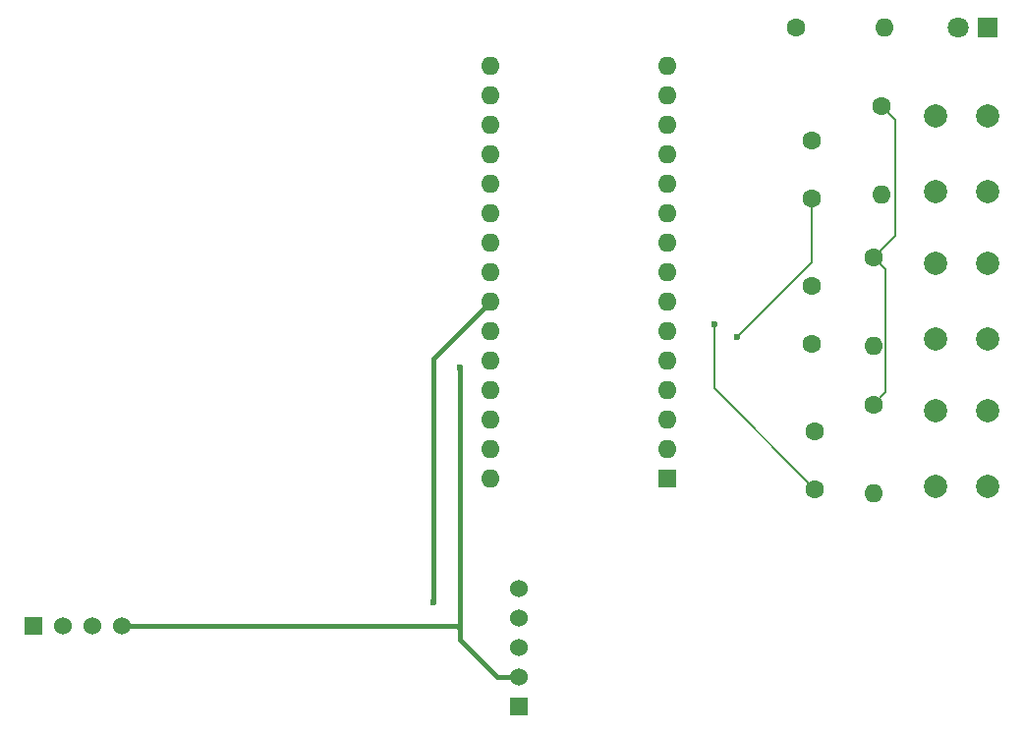
<source format=gbl>
G04 #@! TF.GenerationSoftware,KiCad,Pcbnew,6.0.2+dfsg-1*
G04 #@! TF.CreationDate,2025-06-22T13:16:19+00:00*
G04 #@! TF.ProjectId,MyCircuits,4d794369-7263-4756-9974-732e6b696361,rev?*
G04 #@! TF.SameCoordinates,Original*
G04 #@! TF.FileFunction,Copper,L2,Bot*
G04 #@! TF.FilePolarity,Positive*
%FSLAX46Y46*%
G04 Gerber Fmt 4.6, Leading zero omitted, Abs format (unit mm)*
G04 Created by KiCad (PCBNEW 6.0.2+dfsg-1) date 2025-06-22 13:16:19*
%MOMM*%
%LPD*%
G01*
G04 APERTURE LIST*
G04 #@! TA.AperFunction,ComponentPad*
%ADD10C,1.600000*%
G04 #@! TD*
G04 #@! TA.AperFunction,ComponentPad*
%ADD11O,1.600000X1.600000*%
G04 #@! TD*
G04 #@! TA.AperFunction,ComponentPad*
%ADD12C,2.000000*%
G04 #@! TD*
G04 #@! TA.AperFunction,ComponentPad*
%ADD13R,1.524000X1.524000*%
G04 #@! TD*
G04 #@! TA.AperFunction,ComponentPad*
%ADD14C,1.524000*%
G04 #@! TD*
G04 #@! TA.AperFunction,ComponentPad*
%ADD15R,1.800000X1.800000*%
G04 #@! TD*
G04 #@! TA.AperFunction,ComponentPad*
%ADD16C,1.800000*%
G04 #@! TD*
G04 #@! TA.AperFunction,ComponentPad*
%ADD17R,1.600000X1.600000*%
G04 #@! TD*
G04 #@! TA.AperFunction,ViaPad*
%ADD18C,0.600000*%
G04 #@! TD*
G04 #@! TA.AperFunction,Conductor*
%ADD19C,0.200000*%
G04 #@! TD*
G04 #@! TA.AperFunction,Conductor*
%ADD20C,0.400000*%
G04 #@! TD*
G04 APERTURE END LIST*
D10*
X181000000Y-67000000D03*
D11*
X181000000Y-74620000D03*
D12*
X190210000Y-80570000D03*
X190210000Y-87070000D03*
X185710000Y-87070000D03*
X185710000Y-80570000D03*
D10*
X180340000Y-92710000D03*
D11*
X180340000Y-100330000D03*
D10*
X175260000Y-100000000D03*
X175260000Y-95000000D03*
D12*
X190210000Y-93270000D03*
X190210000Y-99770000D03*
X185710000Y-99770000D03*
X185710000Y-93270000D03*
D10*
X180340000Y-80010000D03*
D11*
X180340000Y-87630000D03*
D10*
X175000000Y-87500000D03*
X175000000Y-82500000D03*
X173700000Y-60250000D03*
D11*
X181320000Y-60250000D03*
D12*
X190210000Y-74370000D03*
X190210000Y-67870000D03*
X185710000Y-67870000D03*
X185710000Y-74370000D03*
D10*
X175000000Y-75000000D03*
X175000000Y-70000000D03*
D13*
X107950000Y-111760000D03*
D14*
X110490000Y-111760000D03*
X113030000Y-111760000D03*
X115570000Y-111760000D03*
D15*
X190210000Y-60250000D03*
D16*
X187670000Y-60250000D03*
D17*
X162550000Y-99060000D03*
D11*
X162550000Y-96520000D03*
X162550000Y-93980000D03*
X162550000Y-91440000D03*
X162550000Y-88900000D03*
X162550000Y-86360000D03*
X162550000Y-83820000D03*
X162550000Y-81280000D03*
X162550000Y-78740000D03*
X162550000Y-76200000D03*
X162550000Y-73660000D03*
X162550000Y-71120000D03*
X162550000Y-68580000D03*
X162550000Y-66040000D03*
X162550000Y-63500000D03*
X147310000Y-63500000D03*
X147310000Y-66040000D03*
X147310000Y-68580000D03*
X147310000Y-71120000D03*
X147310000Y-73660000D03*
X147310000Y-76200000D03*
X147310000Y-78740000D03*
X147310000Y-81280000D03*
X147310000Y-83820000D03*
X147310000Y-86360000D03*
X147310000Y-88900000D03*
X147310000Y-91440000D03*
X147310000Y-93980000D03*
X147310000Y-96520000D03*
X147310000Y-99060000D03*
D13*
X149765000Y-118760000D03*
D14*
X149765000Y-116220000D03*
X149765000Y-113680000D03*
X149765000Y-111140000D03*
X149765000Y-108600000D03*
D18*
X168600000Y-86886500D03*
X166600000Y-85833500D03*
X144700000Y-89500000D03*
X142400000Y-109800000D03*
D19*
X168600000Y-86886500D02*
X175000000Y-80486500D01*
X175000000Y-80486500D02*
X175000000Y-75000000D01*
X166600000Y-85833500D02*
X166600000Y-91340000D01*
X166600000Y-91340000D02*
X175260000Y-100000000D01*
D20*
X144700000Y-112986021D02*
X144700000Y-112000000D01*
X144700000Y-112000000D02*
X144700000Y-89500000D01*
X149765000Y-116220000D02*
X147933979Y-116220000D01*
X115570000Y-111760000D02*
X144460000Y-111760000D01*
X147933979Y-116220000D02*
X144700000Y-112986021D01*
X144460000Y-111760000D02*
X144700000Y-112000000D01*
X142400000Y-109800000D02*
X142400000Y-88730000D01*
X142400000Y-88730000D02*
X147310000Y-83820000D01*
D19*
X180340000Y-92710000D02*
X181366511Y-91683489D01*
X180340000Y-80010000D02*
X182200000Y-78150000D01*
X182200000Y-68200000D02*
X181000000Y-67000000D01*
X182200000Y-78150000D02*
X182200000Y-68200000D01*
X181366511Y-81036511D02*
X180340000Y-80010000D01*
X181366511Y-91683489D02*
X181366511Y-81036511D01*
M02*

</source>
